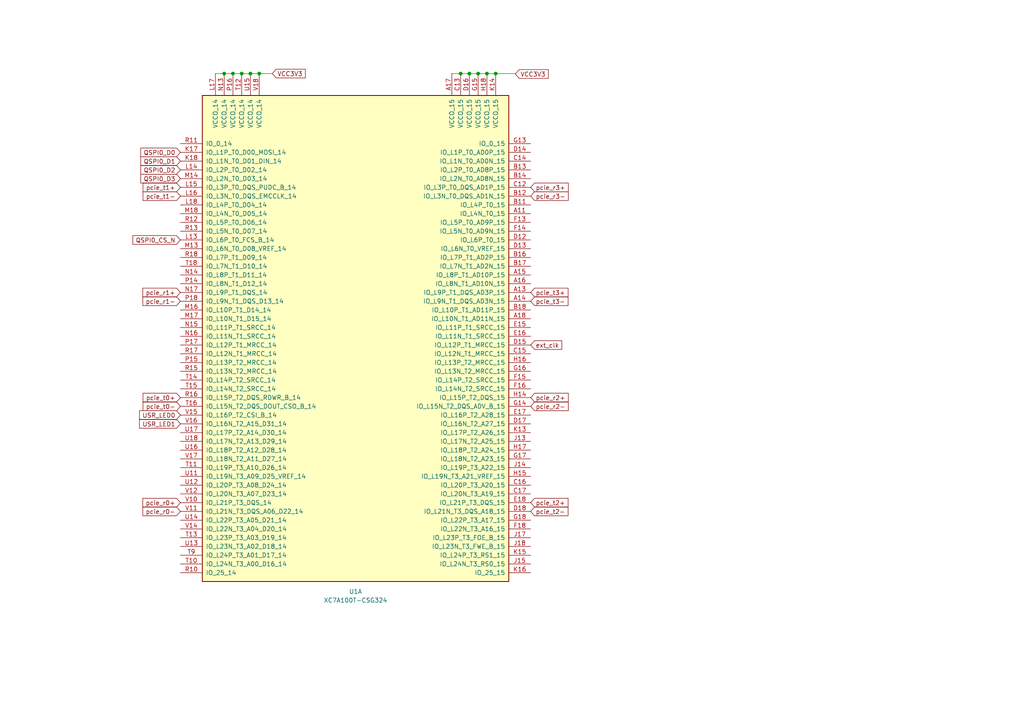
<source format=kicad_sch>
(kicad_sch (version 20230121) (generator eeschema)
  (paper "A4")
  (lib_symbols
    (symbol "FPGA_Xilinx_Artix7:XC7A100T-CSG324" (pin_names (offset 1.016))
      (property "Reference" "U" (at 0 1.27 0))
      (property "Value" "XC7A100T-CSG324" (at 0 -1.27 0))
      (symbol "XC7A100T-CSG324_1_1"
        (rectangle (start -44.45 67.31) (end 44.45 -73.66) (stroke (width 0.254)) (fill (type background)))
        (pin bidirectional line (at 50.8 33.02 180) (length 6.35) (name "IO_L4N_T0_15") (number "A11"))
        (pin bidirectional line (at 50.8 10.16 180) (length 6.35) (name "IO_L9P_T1_DQS_AD3P_15") (number "A13"))
        (pin bidirectional line (at 50.8 7.62 180) (length 6.35) (name "IO_L9N_T1_DQS_AD3N_15") (number "A14"))
        (pin bidirectional line (at 50.8 15.24 180) (length 6.35) (name "IO_L8P_T1_AD10P_15") (number "A15"))
        (pin bidirectional line (at 50.8 12.7 180) (length 6.35) (name "IO_L8N_T1_AD10N_15") (number "A16"))
        (pin power_in line (at 27.94 73.66 270) (length 6.35) (name "VCCO_15") (number "A17"))
        (pin bidirectional line (at 50.8 2.54 180) (length 6.35) (name "IO_L10N_T1_AD11N_15") (number "A18"))
        (pin bidirectional line (at 50.8 35.56 180) (length 6.35) (name "IO_L4P_T0_15") (number "B11"))
        (pin bidirectional line (at 50.8 38.1 180) (length 6.35) (name "IO_L3N_T0_DQS_AD1N_15") (number "B12"))
        (pin bidirectional line (at 50.8 45.72 180) (length 6.35) (name "IO_L2P_T0_AD8P_15") (number "B13"))
        (pin bidirectional line (at 50.8 43.18 180) (length 6.35) (name "IO_L2N_T0_AD8N_15") (number "B14"))
        (pin bidirectional line (at 50.8 20.32 180) (length 6.35) (name "IO_L7P_T1_AD2P_15") (number "B16"))
        (pin bidirectional line (at 50.8 17.78 180) (length 6.35) (name "IO_L7N_T1_AD2N_15") (number "B17"))
        (pin bidirectional line (at 50.8 5.08 180) (length 6.35) (name "IO_L10P_T1_AD11P_15") (number "B18"))
        (pin bidirectional line (at 50.8 40.64 180) (length 6.35) (name "IO_L3P_T0_DQS_AD1P_15") (number "C12"))
        (pin power_in line (at 30.48 73.66 270) (length 6.35) (name "VCCO_15") (number "C13"))
        (pin bidirectional line (at 50.8 48.26 180) (length 6.35) (name "IO_L1N_T0_AD0N_15") (number "C14"))
        (pin bidirectional line (at 50.8 -7.62 180) (length 6.35) (name "IO_L12N_T1_MRCC_15") (number "C15"))
        (pin bidirectional line (at 50.8 -45.72 180) (length 6.35) (name "IO_L20P_T3_A20_15") (number "C16"))
        (pin bidirectional line (at 50.8 -48.26 180) (length 6.35) (name "IO_L20N_T3_A19_15") (number "C17"))
        (pin bidirectional line (at 50.8 25.4 180) (length 6.35) (name "IO_L6P_T0_15") (number "D12"))
        (pin bidirectional line (at 50.8 22.86 180) (length 6.35) (name "IO_L6N_T0_VREF_15") (number "D13"))
        (pin bidirectional line (at 50.8 50.8 180) (length 6.35) (name "IO_L1P_T0_AD0P_15") (number "D14"))
        (pin bidirectional line (at 50.8 -5.08 180) (length 6.35) (name "IO_L12P_T1_MRCC_15") (number "D15"))
        (pin power_in line (at 33.02 73.66 270) (length 6.35) (name "VCCO_15") (number "D16"))
        (pin bidirectional line (at 50.8 -27.94 180) (length 6.35) (name "IO_L16N_T2_A27_15") (number "D17"))
        (pin bidirectional line (at 50.8 -53.34 180) (length 6.35) (name "IO_L21N_T3_DQS_A18_15") (number "D18"))
        (pin bidirectional line (at 50.8 0 180) (length 6.35) (name "IO_L11P_T1_SRCC_15") (number "E15"))
        (pin bidirectional line (at 50.8 -2.54 180) (length 6.35) (name "IO_L11N_T1_SRCC_15") (number "E16"))
        (pin bidirectional line (at 50.8 -25.4 180) (length 6.35) (name "IO_L16P_T2_A28_15") (number "E17"))
        (pin bidirectional line (at 50.8 -50.8 180) (length 6.35) (name "IO_L21P_T3_DQS_15") (number "E18"))
        (pin bidirectional line (at 50.8 30.48 180) (length 6.35) (name "IO_L5P_T0_AD9P_15") (number "F13"))
        (pin bidirectional line (at 50.8 27.94 180) (length 6.35) (name "IO_L5N_T0_AD9N_15") (number "F14"))
        (pin bidirectional line (at 50.8 -15.24 180) (length 6.35) (name "IO_L14P_T2_SRCC_15") (number "F15"))
        (pin bidirectional line (at 50.8 -17.78 180) (length 6.35) (name "IO_L14N_T2_SRCC_15") (number "F16"))
        (pin bidirectional line (at 50.8 -58.42 180) (length 6.35) (name "IO_L22N_T3_A16_15") (number "F18"))
        (pin bidirectional line (at 50.8 53.34 180) (length 6.35) (name "IO_0_15") (number "G13"))
        (pin bidirectional line (at 50.8 -22.86 180) (length 6.35) (name "IO_L15N_T2_DQS_ADV_B_15") (number "G14"))
        (pin power_in line (at 35.56 73.66 270) (length 6.35) (name "VCCO_15") (number "G15"))
        (pin bidirectional line (at 50.8 -12.7 180) (length 6.35) (name "IO_L13N_T2_MRCC_15") (number "G16"))
        (pin bidirectional line (at 50.8 -38.1 180) (length 6.35) (name "IO_L18N_T2_A23_15") (number "G17"))
        (pin bidirectional line (at 50.8 -55.88 180) (length 6.35) (name "IO_L22P_T3_A17_15") (number "G18"))
        (pin bidirectional line (at 50.8 -20.32 180) (length 6.35) (name "IO_L15P_T2_DQS_15") (number "H14"))
        (pin bidirectional line (at 50.8 -43.18 180) (length 6.35) (name "IO_L19N_T3_A21_VREF_15") (number "H15"))
        (pin bidirectional line (at 50.8 -10.16 180) (length 6.35) (name "IO_L13P_T2_MRCC_15") (number "H16"))
        (pin bidirectional line (at 50.8 -35.56 180) (length 6.35) (name "IO_L18P_T2_A24_15") (number "H17"))
        (pin power_in line (at 38.1 73.66 270) (length 6.35) (name "VCCO_15") (number "H18"))
        (pin bidirectional line (at 50.8 -33.02 180) (length 6.35) (name "IO_L17N_T2_A25_15") (number "J13"))
        (pin bidirectional line (at 50.8 -40.64 180) (length 6.35) (name "IO_L19P_T3_A22_15") (number "J14"))
        (pin bidirectional line (at 50.8 -68.58 180) (length 6.35) (name "IO_L24N_T3_RS0_15") (number "J15"))
        (pin bidirectional line (at 50.8 -60.96 180) (length 6.35) (name "IO_L23P_T3_FOE_B_15") (number "J17"))
        (pin bidirectional line (at 50.8 -63.5 180) (length 6.35) (name "IO_L23N_T3_FWE_B_15") (number "J18"))
        (pin bidirectional line (at 50.8 -30.48 180) (length 6.35) (name "IO_L17P_T2_A26_15") (number "K13"))
        (pin power_in line (at 40.64 73.66 270) (length 6.35) (name "VCCO_15") (number "K14"))
        (pin bidirectional line (at 50.8 -66.04 180) (length 6.35) (name "IO_L24P_T3_RS1_15") (number "K15"))
        (pin bidirectional line (at 50.8 -71.12 180) (length 6.35) (name "IO_25_15") (number "K16"))
        (pin bidirectional line (at -50.8 50.8 0) (length 6.35) (name "IO_L1P_T0_D00_MOSI_14") (number "K17"))
        (pin bidirectional line (at -50.8 48.26 0) (length 6.35) (name "IO_L1N_T0_D01_DIN_14") (number "K18"))
        (pin bidirectional line (at -50.8 25.4 0) (length 6.35) (name "IO_L6P_T0_FCS_B_14") (number "L13"))
        (pin bidirectional line (at -50.8 45.72 0) (length 6.35) (name "IO_L2P_T0_D02_14") (number "L14"))
        (pin bidirectional line (at -50.8 40.64 0) (length 6.35) (name "IO_L3P_T0_DQS_PUDC_B_14") (number "L15"))
        (pin bidirectional line (at -50.8 38.1 0) (length 6.35) (name "IO_L3N_T0_DQS_EMCCLK_14") (number "L16"))
        (pin power_in line (at -40.64 73.66 270) (length 6.35) (name "VCCO_14") (number "L17"))
        (pin bidirectional line (at -50.8 35.56 0) (length 6.35) (name "IO_L4P_T0_D04_14") (number "L18"))
        (pin bidirectional line (at -50.8 22.86 0) (length 6.35) (name "IO_L6N_T0_D08_VREF_14") (number "M13"))
        (pin bidirectional line (at -50.8 43.18 0) (length 6.35) (name "IO_L2N_T0_D03_14") (number "M14"))
        (pin bidirectional line (at -50.8 5.08 0) (length 6.35) (name "IO_L10P_T1_D14_14") (number "M16"))
        (pin bidirectional line (at -50.8 2.54 0) (length 6.35) (name "IO_L10N_T1_D15_14") (number "M17"))
        (pin bidirectional line (at -50.8 33.02 0) (length 6.35) (name "IO_L4N_T0_D05_14") (number "M18"))
        (pin power_in line (at -38.1 73.66 270) (length 6.35) (name "VCCO_14") (number "N13"))
        (pin bidirectional line (at -50.8 15.24 0) (length 6.35) (name "IO_L8P_T1_D11_14") (number "N14"))
        (pin bidirectional line (at -50.8 0 0) (length 6.35) (name "IO_L11P_T1_SRCC_14") (number "N15"))
        (pin bidirectional line (at -50.8 -2.54 0) (length 6.35) (name "IO_L11N_T1_SRCC_14") (number "N16"))
        (pin bidirectional line (at -50.8 10.16 0) (length 6.35) (name "IO_L9P_T1_DQS_14") (number "N17"))
        (pin bidirectional line (at -50.8 12.7 0) (length 6.35) (name "IO_L8N_T1_D12_14") (number "P14"))
        (pin bidirectional line (at -50.8 -10.16 0) (length 6.35) (name "IO_L13P_T2_MRCC_14") (number "P15"))
        (pin power_in line (at -35.56 73.66 270) (length 6.35) (name "VCCO_14") (number "P16"))
        (pin bidirectional line (at -50.8 -5.08 0) (length 6.35) (name "IO_L12P_T1_MRCC_14") (number "P17"))
        (pin bidirectional line (at -50.8 7.62 0) (length 6.35) (name "IO_L9N_T1_DQS_D13_14") (number "P18"))
        (pin bidirectional line (at -50.8 -71.12 0) (length 6.35) (name "IO_25_14") (number "R10"))
        (pin bidirectional line (at -50.8 53.34 0) (length 6.35) (name "IO_0_14") (number "R11"))
        (pin bidirectional line (at -50.8 30.48 0) (length 6.35) (name "IO_L5P_T0_D06_14") (number "R12"))
        (pin bidirectional line (at -50.8 27.94 0) (length 6.35) (name "IO_L5N_T0_D07_14") (number "R13"))
        (pin bidirectional line (at -50.8 -12.7 0) (length 6.35) (name "IO_L13N_T2_MRCC_14") (number "R15"))
        (pin bidirectional line (at -50.8 -20.32 0) (length 6.35) (name "IO_L15P_T2_DQS_RDWR_B_14") (number "R16"))
        (pin bidirectional line (at -50.8 -7.62 0) (length 6.35) (name "IO_L12N_T1_MRCC_14") (number "R17"))
        (pin bidirectional line (at -50.8 20.32 0) (length 6.35) (name "IO_L7P_T1_D09_14") (number "R18"))
        (pin bidirectional line (at -50.8 -68.58 0) (length 6.35) (name "IO_L24N_T3_A00_D16_14") (number "T10"))
        (pin bidirectional line (at -50.8 -40.64 0) (length 6.35) (name "IO_L19P_T3_A10_D26_14") (number "T11"))
        (pin power_in line (at -33.02 73.66 270) (length 6.35) (name "VCCO_14") (number "T12"))
        (pin bidirectional line (at -50.8 -60.96 0) (length 6.35) (name "IO_L23P_T3_A03_D19_14") (number "T13"))
        (pin bidirectional line (at -50.8 -15.24 0) (length 6.35) (name "IO_L14P_T2_SRCC_14") (number "T14"))
        (pin bidirectional line (at -50.8 -17.78 0) (length 6.35) (name "IO_L14N_T2_SRCC_14") (number "T15"))
        (pin bidirectional line (at -50.8 -22.86 0) (length 6.35) (name "IO_L15N_T2_DQS_DOUT_CSO_B_14") (number "T16"))
        (pin bidirectional line (at -50.8 17.78 0) (length 6.35) (name "IO_L7N_T1_D10_14") (number "T18"))
        (pin bidirectional line (at -50.8 -66.04 0) (length 6.35) (name "IO_L24P_T3_A01_D17_14") (number "T9"))
        (pin bidirectional line (at -50.8 -43.18 0) (length 6.35) (name "IO_L19N_T3_A09_D25_VREF_14") (number "U11"))
        (pin bidirectional line (at -50.8 -45.72 0) (length 6.35) (name "IO_L20P_T3_A08_D24_14") (number "U12"))
        (pin bidirectional line (at -50.8 -63.5 0) (length 6.35) (name "IO_L23N_T3_A02_D18_14") (number "U13"))
        (pin bidirectional line (at -50.8 -55.88 0) (length 6.35) (name "IO_L22P_T3_A05_D21_14") (number "U14"))
        (pin power_in line (at -30.48 73.66 270) (length 6.35) (name "VCCO_14") (number "U15"))
        (pin bidirectional line (at -50.8 -35.56 0) (length 6.35) (name "IO_L18P_T2_A12_D28_14") (number "U16"))
        (pin bidirectional line (at -50.8 -30.48 0) (length 6.35) (name "IO_L17P_T2_A14_D30_14") (number "U17"))
        (pin bidirectional line (at -50.8 -33.02 0) (length 6.35) (name "IO_L17N_T2_A13_D29_14") (number "U18"))
        (pin bidirectional line (at -50.8 -50.8 0) (length 6.35) (name "IO_L21P_T3_DQS_14") (number "V10"))
        (pin bidirectional line (at -50.8 -53.34 0) (length 6.35) (name "IO_L21N_T3_DQS_A06_D22_14") (number "V11"))
        (pin bidirectional line (at -50.8 -48.26 0) (length 6.35) (name "IO_L20N_T3_A07_D23_14") (number "V12"))
        (pin bidirectional line (at -50.8 -58.42 0) (length 6.35) (name "IO_L22N_T3_A04_D20_14") (number "V14"))
        (pin bidirectional line (at -50.8 -25.4 0) (length 6.35) (name "IO_L16P_T2_CSI_B_14") (number "V15"))
        (pin bidirectional line (at -50.8 -27.94 0) (length 6.35) (name "IO_L16N_T2_A15_D31_14") (number "V16"))
        (pin bidirectional line (at -50.8 -38.1 0) (length 6.35) (name "IO_L18N_T2_A11_D27_14") (number "V17"))
        (pin power_in line (at -27.94 73.66 270) (length 6.35) (name "VCCO_14") (number "V18"))
      )
      (symbol "XC7A100T-CSG324_2_1"
        (rectangle (start -44.45 67.31) (end 44.45 -73.66) (stroke (width 0.254)) (fill (type background)))
        (pin bidirectional line (at -50.8 35.56 0) (length 6.35) (name "IO_L14P_T2_SRCC_16") (number "A10"))
        (pin bidirectional line (at -50.8 43.18 0) (length 6.35) (name "IO_L12N_T1_MRCC_16") (number "A8"))
        (pin bidirectional line (at -50.8 33.02 0) (length 6.35) (name "IO_L14N_T2_SRCC_16") (number "A9"))
        (pin power_in line (at -40.64 73.66 270) (length 6.35) (name "VCCO_16") (number "B10"))
        (pin bidirectional line (at -50.8 45.72 0) (length 6.35) (name "IO_L12P_T1_MRCC_16") (number "B8"))
        (pin bidirectional line (at -50.8 48.26 0) (length 6.35) (name "IO_L11N_T1_SRCC_16") (number "B9"))
        (pin bidirectional line (at -50.8 38.1 0) (length 6.35) (name "IO_L13N_T2_MRCC_16") (number "C10"))
        (pin bidirectional line (at -50.8 40.64 0) (length 6.35) (name "IO_L13P_T2_MRCC_16") (number "C11"))
        (pin bidirectional line (at -50.8 50.8 0) (length 6.35) (name "IO_L11P_T1_SRCC_16") (number "C9"))
        (pin bidirectional line (at -50.8 30.48 0) (length 6.35) (name "IO_L19N_T3_VREF_16") (number "D10"))
        (pin bidirectional line (at -50.8 53.34 0) (length 6.35) (name "IO_L6N_T0_VREF_16") (number "D9"))
        (pin bidirectional line (at 50.8 45.72 180) (length 6.35) (name "IO_L2P_T0_34") (number "K3"))
        (pin power_in line (at 27.94 73.66 270) (length 6.35) (name "VCCO_34") (number "K4"))
        (pin bidirectional line (at 50.8 30.48 180) (length 6.35) (name "IO_L5P_T0_34") (number "K5"))
        (pin bidirectional line (at 50.8 53.34 180) (length 6.35) (name "IO_0_34") (number "K6"))
        (pin bidirectional line (at 50.8 50.8 180) (length 6.35) (name "IO_L1P_T0_34") (number "L1"))
        (pin bidirectional line (at 50.8 43.18 180) (length 6.35) (name "IO_L2N_T0_34") (number "L3"))
        (pin bidirectional line (at 50.8 27.94 180) (length 6.35) (name "IO_L5N_T0_34") (number "L4"))
        (pin bidirectional line (at 50.8 22.86 180) (length 6.35) (name "IO_L6N_T0_VREF_34") (number "L5"))
        (pin bidirectional line (at 50.8 25.4 180) (length 6.35) (name "IO_L6P_T0_34") (number "L6"))
        (pin bidirectional line (at 50.8 48.26 180) (length 6.35) (name "IO_L1N_T0_34") (number "M1"))
        (pin bidirectional line (at 50.8 33.02 180) (length 6.35) (name "IO_L4N_T0_34") (number "M2"))
        (pin bidirectional line (at 50.8 35.56 180) (length 6.35) (name "IO_L4P_T0_34") (number "M3"))
        (pin bidirectional line (at 50.8 -25.4 180) (length 6.35) (name "IO_L16P_T2_34") (number "M4"))
        (pin bidirectional line (at 50.8 -35.56 180) (length 6.35) (name "IO_L18P_T2_34") (number "M6"))
        (pin bidirectional line (at 50.8 38.1 180) (length 6.35) (name "IO_L3N_T0_DQS_34") (number "N1"))
        (pin bidirectional line (at 50.8 40.64 180) (length 6.35) (name "IO_L3P_T0_DQS_34") (number "N2"))
        (pin power_in line (at 30.48 73.66 270) (length 6.35) (name "VCCO_34") (number "N3"))
        (pin bidirectional line (at 50.8 -27.94 180) (length 6.35) (name "IO_L16N_T2_34") (number "N4"))
        (pin bidirectional line (at 50.8 -10.16 180) (length 6.35) (name "IO_L13P_T2_MRCC_34") (number "N5"))
        (pin bidirectional line (at 50.8 -38.1 180) (length 6.35) (name "IO_L18N_T2_34") (number "N6"))
        (pin bidirectional line (at 50.8 -20.32 180) (length 6.35) (name "IO_L15P_T2_DQS_34") (number "P2"))
        (pin bidirectional line (at 50.8 -17.78 180) (length 6.35) (name "IO_L14N_T2_SRCC_34") (number "P3"))
        (pin bidirectional line (at 50.8 -15.24 180) (length 6.35) (name "IO_L14P_T2_SRCC_34") (number "P4"))
        (pin bidirectional line (at 50.8 -12.7 180) (length 6.35) (name "IO_L13N_T2_MRCC_34") (number "P5"))
        (pin power_in line (at 33.02 73.66 270) (length 6.35) (name "VCCO_34") (number "P6"))
        (pin bidirectional line (at 50.8 -30.48 180) (length 6.35) (name "IO_L17P_T2_34") (number "R1"))
        (pin bidirectional line (at 50.8 -22.86 180) (length 6.35) (name "IO_L15N_T2_DQS_34") (number "R2"))
        (pin bidirectional line (at 50.8 0 180) (length 6.35) (name "IO_L11P_T1_SRCC_34") (number "R3"))
        (pin bidirectional line (at 50.8 -43.18 180) (length 6.35) (name "IO_L19N_T3_VREF_34") (number "R5"))
        (pin bidirectional line (at 50.8 -40.64 180) (length 6.35) (name "IO_L19P_T3_34") (number "R6"))
        (pin bidirectional line (at 50.8 -60.96 180) (length 6.35) (name "IO_L23P_T3_34") (number "R7"))
        (pin bidirectional line (at 50.8 -66.04 180) (length 6.35) (name "IO_L24P_T3_34") (number "R8"))
        (pin bidirectional line (at 50.8 -33.02 180) (length 6.35) (name "IO_L17N_T2_34") (number "T1"))
        (pin power_in line (at 35.56 73.66 270) (length 6.35) (name "VCCO_34") (number "T2"))
        (pin bidirectional line (at 50.8 -2.54 180) (length 6.35) (name "IO_L11N_T1_SRCC_34") (number "T3"))
        (pin bidirectional line (at 50.8 -7.62 180) (length 6.35) (name "IO_L12N_T1_MRCC_34") (number "T4"))
        (pin bidirectional line (at 50.8 -5.08 180) (length 6.35) (name "IO_L12P_T1_MRCC_34") (number "T5"))
        (pin bidirectional line (at 50.8 -63.5 180) (length 6.35) (name "IO_L23N_T3_34") (number "T6"))
        (pin bidirectional line (at 50.8 -68.58 180) (length 6.35) (name "IO_L24N_T3_34") (number "T8"))
        (pin bidirectional line (at 50.8 20.32 180) (length 6.35) (name "IO_L7P_T1_34") (number "U1"))
        (pin bidirectional line (at 50.8 10.16 180) (length 6.35) (name "IO_L9P_T1_DQS_34") (number "U2"))
        (pin bidirectional line (at 50.8 12.7 180) (length 6.35) (name "IO_L8N_T1_34") (number "U3"))
        (pin bidirectional line (at 50.8 15.24 180) (length 6.35) (name "IO_L8P_T1_34") (number "U4"))
        (pin power_in line (at 38.1 73.66 270) (length 6.35) (name "VCCO_34") (number "U5"))
        (pin bidirectional line (at 50.8 -58.42 180) (length 6.35) (name "IO_L22N_T3_34") (number "U6"))
        (pin bidirectional line (at 50.8 -55.88 180) (length 6.35) (name "IO_L22P_T3_34") (number "U7"))
        (pin bidirectional line (at 50.8 -71.12 180) (length 6.35) (name "IO_25_34") (number "U8"))
        (pin bidirectional line (at 50.8 -50.8 180) (length 6.35) (name "IO_L21P_T3_DQS_34") (number "U9"))
        (pin bidirectional line (at 50.8 17.78 180) (length 6.35) (name "IO_L7N_T1_34") (number "V1"))
        (pin bidirectional line (at 50.8 7.62 180) (length 6.35) (name "IO_L9N_T1_DQS_34") (number "V2"))
        (pin bidirectional line (at 50.8 2.54 180) (length 6.35) (name "IO_L10N_T1_34") (number "V4"))
        (pin bidirectional line (at 50.8 5.08 180) (length 6.35) (name "IO_L10P_T1_34") (number "V5"))
        (pin bidirectional line (at 50.8 -48.26 180) (length 6.35) (name "IO_L20N_T3_34") (number "V6"))
        (pin bidirectional line (at 50.8 -45.72 180) (length 6.35) (name "IO_L20P_T3_34") (number "V7"))
        (pin power_in line (at 40.64 73.66 270) (length 6.35) (name "VCCO_34") (number "V8"))
        (pin bidirectional line (at 50.8 -53.34 180) (length 6.35) (name "IO_L21N_T3_DQS_34") (number "V9"))
      )
      (symbol "XC7A100T-CSG324_3_1"
        (rectangle (start -44.45 67.31) (end 44.45 -73.66) (stroke (width 0.254)) (fill (type background)))
        (pin bidirectional line (at -50.8 7.62 0) (length 6.35) (name "IO_L9N_T1_DQS_AD7N_35") (number "A1"))
        (pin bidirectional line (at -50.8 12.7 0) (length 6.35) (name "IO_L8N_T1_AD14N_35") (number "A3"))
        (pin bidirectional line (at -50.8 15.24 0) (length 6.35) (name "IO_L8P_T1_AD14P_35") (number "A4"))
        (pin bidirectional line (at -50.8 38.1 0) (length 6.35) (name "IO_L3N_T0_DQS_AD5N_35") (number "A5"))
        (pin bidirectional line (at -50.8 40.64 0) (length 6.35) (name "IO_L3P_T0_DQS_AD5P_35") (number "A6"))
        (pin power_in line (at -40.64 73.66 270) (length 6.35) (name "VCCO_35") (number "A7"))
        (pin bidirectional line (at -50.8 10.16 0) (length 6.35) (name "IO_L9P_T1_DQS_AD7P_35") (number "B1"))
        (pin bidirectional line (at -50.8 2.54 0) (length 6.35) (name "IO_L10N_T1_AD15N_35") (number "B2"))
        (pin bidirectional line (at -50.8 5.08 0) (length 6.35) (name "IO_L10P_T1_AD15P_35") (number "B3"))
        (pin bidirectional line (at -50.8 17.78 0) (length 6.35) (name "IO_L7N_T1_AD6N_35") (number "B4"))
        (pin bidirectional line (at -50.8 43.18 0) (length 6.35) (name "IO_L2N_T0_AD12N_35") (number "B6"))
        (pin bidirectional line (at -50.8 45.72 0) (length 6.35) (name "IO_L2P_T0_AD12P_35") (number "B7"))
        (pin bidirectional line (at -50.8 -27.94 0) (length 6.35) (name "IO_L16N_T2_35") (number "C1"))
        (pin bidirectional line (at -50.8 -25.4 0) (length 6.35) (name "IO_L16P_T2_35") (number "C2"))
        (pin power_in line (at -38.1 73.66 270) (length 6.35) (name "VCCO_35") (number "C3"))
        (pin bidirectional line (at -50.8 20.32 0) (length 6.35) (name "IO_L7P_T1_AD6P_35") (number "C4"))
        (pin bidirectional line (at -50.8 48.26 0) (length 6.35) (name "IO_L1N_T0_AD4N_35") (number "C5"))
        (pin bidirectional line (at -50.8 50.8 0) (length 6.35) (name "IO_L1P_T0_AD4P_35") (number "C6"))
        (pin bidirectional line (at -50.8 33.02 0) (length 6.35) (name "IO_L4N_T0_35") (number "C7"))
        (pin bidirectional line (at -50.8 -17.78 0) (length 6.35) (name "IO_L14N_T2_SRCC_35") (number "D2"))
        (pin bidirectional line (at -50.8 -7.62 0) (length 6.35) (name "IO_L12N_T1_MRCC_35") (number "D3"))
        (pin bidirectional line (at -50.8 -2.54 0) (length 6.35) (name "IO_L11N_T1_SRCC_35") (number "D4"))
        (pin bidirectional line (at -50.8 0 0) (length 6.35) (name "IO_L11P_T1_SRCC_35") (number "D5"))
        (pin power_in line (at -35.56 73.66 270) (length 6.35) (name "VCCO_35") (number "D6"))
        (pin bidirectional line (at -50.8 22.86 0) (length 6.35) (name "IO_L6N_T0_VREF_35") (number "D7"))
        (pin bidirectional line (at -50.8 35.56 0) (length 6.35) (name "IO_L4P_T0_35") (number "D8"))
        (pin bidirectional line (at -50.8 -38.1 0) (length 6.35) (name "IO_L18N_T2_35") (number "E1"))
        (pin bidirectional line (at -50.8 -15.24 0) (length 6.35) (name "IO_L14P_T2_SRCC_35") (number "E2"))
        (pin bidirectional line (at -50.8 -5.08 0) (length 6.35) (name "IO_L12P_T1_MRCC_35") (number "E3"))
        (pin bidirectional line (at -50.8 27.94 0) (length 6.35) (name "IO_L5N_T0_AD13N_35") (number "E5"))
        (pin bidirectional line (at -50.8 30.48 0) (length 6.35) (name "IO_L5P_T0_AD13P_35") (number "E6"))
        (pin bidirectional line (at -50.8 25.4 0) (length 6.35) (name "IO_L6P_T0_35") (number "E7"))
        (pin bidirectional line (at -50.8 -35.56 0) (length 6.35) (name "IO_L18P_T2_35") (number "F1"))
        (pin power_in line (at -33.02 73.66 270) (length 6.35) (name "VCCO_35") (number "F2"))
        (pin bidirectional line (at -50.8 -12.7 0) (length 6.35) (name "IO_L13N_T2_MRCC_35") (number "F3"))
        (pin bidirectional line (at -50.8 -10.16 0) (length 6.35) (name "IO_L13P_T2_MRCC_35") (number "F4"))
        (pin bidirectional line (at -50.8 53.34 0) (length 6.35) (name "IO_0_35") (number "F5"))
        (pin bidirectional line (at -50.8 -43.18 0) (length 6.35) (name "IO_L19N_T3_VREF_35") (number "F6"))
        (pin bidirectional line (at -50.8 -33.02 0) (length 6.35) (name "IO_L17N_T2_35") (number "G1"))
        (pin bidirectional line (at -50.8 -22.86 0) (length 6.35) (name "IO_L15N_T2_DQS_35") (number "G2"))
        (pin bidirectional line (at -50.8 -48.26 0) (length 6.35) (name "IO_L20N_T3_35") (number "G3"))
        (pin bidirectional line (at -50.8 -45.72 0) (length 6.35) (name "IO_L20P_T3_35") (number "G4"))
        (pin power_in line (at -30.48 73.66 270) (length 6.35) (name "VCCO_35") (number "G5"))
        (pin bidirectional line (at -50.8 -40.64 0) (length 6.35) (name "IO_L19P_T3_35") (number "G6"))
        (pin bidirectional line (at -50.8 -30.48 0) (length 6.35) (name "IO_L17P_T2_35") (number "H1"))
        (pin bidirectional line (at -50.8 -20.32 0) (length 6.35) (name "IO_L15P_T2_DQS_35") (number "H2"))
        (pin bidirectional line (at -50.8 -53.34 0) (length 6.35) (name "IO_L21N_T3_DQS_35") (number "H4"))
        (pin bidirectional line (at -50.8 -68.58 0) (length 6.35) (name "IO_L24N_T3_35") (number "H5"))
        (pin bidirectional line (at -50.8 -66.04 0) (length 6.35) (name "IO_L24P_T3_35") (number "H6"))
        (pin power_in line (at -27.94 73.66 270) (length 6.35) (name "VCCO_35") (number "J1"))
        (pin bidirectional line (at -50.8 -58.42 0) (length 6.35) (name "IO_L22N_T3_35") (number "J2"))
        (pin bidirectional line (at -50.8 -55.88 0) (length 6.35) (name "IO_L22P_T3_35") (number "J3"))
        (pin bidirectional line (at -50.8 -50.8 0) (length 6.35) (name "IO_L21P_T3_DQS_35") (number "J4"))
        (pin bidirectional line (at -50.8 -71.12 0) (length 6.35) (name "IO_25_35") (number "J5"))
        (pin bidirectional line (at -50.8 -63.5 0) (length 6.35) (name "IO_L23N_T3_35") (number "K1"))
        (pin bidirectional line (at -50.8 -60.96 0) (length 6.35) (name "IO_L23P_T3_35") (number "K2"))
      )
      (symbol "XC7A100T-CSG324_4_1"
        (rectangle (start -31.75 34.29) (end 31.75 -40.64) (stroke (width 0.254)) (fill (type background)))
        (pin bidirectional line (at 38.1 12.7 180) (length 6.35) (name "TCK_0") (number "E10"))
        (pin bidirectional line (at 38.1 20.32 180) (length 6.35) (name "TDI_0") (number "E11"))
        (pin bidirectional line (at 38.1 15.24 180) (length 6.35) (name "TMS_0") (number "E12"))
        (pin bidirectional line (at 38.1 17.78 180) (length 6.35) (name "TDO_0") (number "E13"))
        (pin bidirectional line (at 38.1 7.62 180) (length 6.35) (name "CCLK_0") (number "E9"))
        (pin bidirectional line (at 38.1 -20.32 180) (length 6.35) (name "VP_0") (number "J10"))
        (pin bidirectional line (at 38.1 -30.48 180) (length 6.35) (name "VREFN_0") (number "J9"))
        (pin bidirectional line (at 38.1 -27.94 180) (length 6.35) (name "VREFP_0") (number "K10"))
        (pin bidirectional line (at 38.1 -22.86 180) (length 6.35) (name "VN_0") (number "K9"))
        (pin bidirectional line (at 38.1 -35.56 180) (length 6.35) (name "DXP_0") (number "L10"))
        (pin bidirectional line (at 38.1 -38.1 180) (length 6.35) (name "DXN_0") (number "L9"))
        (pin bidirectional line (at 38.1 -5.08 180) (length 6.35) (name "DONE_0") (number "P10"))
        (pin bidirectional line (at 38.1 0 180) (length 6.35) (name "M2_0") (number "P11"))
        (pin bidirectional line (at 38.1 5.08 180) (length 6.35) (name "M0_0") (number "P12"))
        (pin bidirectional line (at 38.1 2.54 180) (length 6.35) (name "M1_0") (number "P13"))
        (pin bidirectional line (at 38.1 -7.62 180) (length 6.35) (name "INIT_B_0") (number "P7"))
        (pin bidirectional line (at 38.1 -15.24 180) (length 6.35) (name "CFGBVS_0") (number "P8"))
        (pin bidirectional line (at 38.1 -10.16 180) (length 6.35) (name "PROGRAM_B_0") (number "P9"))
        (pin power_in line (at 27.94 40.64 270) (length 6.35) (name "VCCO_0") (number "R9"))
      )
      (symbol "XC7A100T-CSG324_5_1"
        (rectangle (start -19.05 50.8) (end 19.05 -50.8) (stroke (width 0.254)) (fill (type background)))
        (pin power_in line (at -25.4 7.62 0) (length 6.35) (name "GND") (number "A12"))
        (pin power_in line (at -25.4 10.16 0) (length 6.35) (name "GND") (number "A2"))
        (pin power_in line (at -25.4 2.54 0) (length 6.35) (name "GND") (number "B15"))
        (pin power_in line (at -25.4 5.08 0) (length 6.35) (name "GND") (number "B5"))
        (pin power_in line (at -25.4 -2.54 0) (length 6.35) (name "GND") (number "C18"))
        (pin power_in line (at -25.4 0 0) (length 6.35) (name "GND") (number "C8"))
        (pin power_in line (at -25.4 -5.08 0) (length 6.35) (name "GND") (number "D1"))
        (pin power_in line (at -25.4 -7.62 0) (length 6.35) (name "GND") (number "D11"))
        (pin power_in line (at -25.4 -12.7 0) (length 6.35) (name "GND") (number "E14"))
        (pin power_in line (at -25.4 -10.16 0) (length 6.35) (name "GND") (number "E4"))
        (pin power_in line (at -25.4 30.48 0) (length 6.35) (name "VCCBATT_0") (number "E8"))
        (pin power_in line (at -25.4 27.94 0) (length 6.35) (name "VCCBRAM") (number "F10"))
        (pin power_in line (at -25.4 -20.32 0) (length 6.35) (name "GND") (number "F11"))
        (pin power_in line (at -25.4 48.26 0) (length 6.35) (name "VCCAUX") (number "F12"))
        (pin power_in line (at -25.4 -22.86 0) (length 6.35) (name "GND") (number "F17"))
        (pin power_in line (at -25.4 -15.24 0) (length 6.35) (name "GND") (number "F7"))
        (pin power_in line (at 25.4 48.26 180) (length 6.35) (name "VCCINT") (number "F8"))
        (pin power_in line (at -25.4 -17.78 0) (length 6.35) (name "GND") (number "F9"))
        (pin power_in line (at -25.4 -27.94 0) (length 6.35) (name "GND") (number "G10"))
        (pin power_in line (at -25.4 25.4 0) (length 6.35) (name "VCCBRAM") (number "G11"))
        (pin power_in line (at -25.4 -30.48 0) (length 6.35) (name "GND") (number "G12"))
        (pin power_in line (at 25.4 45.72 180) (length 6.35) (name "VCCINT") (number "G7"))
        (pin power_in line (at -25.4 -25.4 0) (length 6.35) (name "GND") (number "G8"))
        (pin power_in line (at 25.4 43.18 180) (length 6.35) (name "VCCINT") (number "G9"))
        (pin power_in line (at -25.4 33.02 0) (length 6.35) (name "VCCADC_0") (number "H10"))
        (pin power_in line (at -25.4 -38.1 0) (length 6.35) (name "GND") (number "H11"))
        (pin power_in line (at -25.4 45.72 0) (length 6.35) (name "VCCAUX") (number "H12"))
        (pin power_in line (at -25.4 -40.64 0) (length 6.35) (name "GND") (number "H13"))
        (pin power_in line (at -25.4 -33.02 0) (length 6.35) (name "GND") (number "H3"))
        (pin power_in line (at -25.4 -35.56 0) (length 6.35) (name "GND") (number "H7"))
        (pin power_in line (at 25.4 40.64 180) (length 6.35) (name "VCCINT") (number "H8"))
        (pin power_in line (at -25.4 35.56 0) (length 6.35) (name "GNDADC_0") (number "H9"))
        (pin power_in line (at 25.4 35.56 180) (length 6.35) (name "VCCINT") (number "J11"))
        (pin power_in line (at -25.4 -48.26 0) (length 6.35) (name "GND") (number "J12"))
        (pin power_in line (at 25.4 7.62 180) (length 6.35) (name "GND") (number "J16"))
        (pin power_in line (at -25.4 -43.18 0) (length 6.35) (name "GND") (number "J6"))
        (pin power_in line (at 25.4 38.1 180) (length 6.35) (name "VCCINT") (number "J7"))
        (pin power_in line (at -25.4 -45.72 0) (length 6.35) (name "GND") (number "J8"))
        (pin power_in line (at 25.4 2.54 180) (length 6.35) (name "GND") (number "K11"))
        (pin power_in line (at -25.4 43.18 0) (length 6.35) (name "VCCAUX") (number "K12"))
        (pin power_in line (at 25.4 5.08 180) (length 6.35) (name "GND") (number "K7"))
        (pin power_in line (at 25.4 33.02 180) (length 6.35) (name "VCCINT") (number "K8"))
        (pin power_in line (at 25.4 27.94 180) (length 6.35) (name "VCCINT") (number "L11"))
        (pin power_in line (at 25.4 -5.08 180) (length 6.35) (name "GND") (number "L12"))
        (pin power_in line (at 25.4 0 180) (length 6.35) (name "GND") (number "L2"))
        (pin power_in line (at 25.4 30.48 180) (length 6.35) (name "VCCINT") (number "L7"))
        (pin power_in line (at 25.4 -2.54 180) (length 6.35) (name "GND") (number "L8"))
        (pin power_in line (at 25.4 22.86 180) (length 6.35) (name "VCCINT") (number "M10"))
        (pin power_in line (at 25.4 -15.24 180) (length 6.35) (name "GND") (number "M11"))
        (pin power_in line (at -25.4 40.64 0) (length 6.35) (name "VCCAUX") (number "M12"))
        (pin power_in line (at 25.4 -17.78 180) (length 6.35) (name "GND") (number "M15"))
        (pin power_in line (at 25.4 -7.62 180) (length 6.35) (name "GND") (number "M5"))
        (pin power_in line (at 25.4 -10.16 180) (length 6.35) (name "GND") (number "M7"))
        (pin power_in line (at 25.4 25.4 180) (length 6.35) (name "VCCINT") (number "M8"))
        (pin power_in line (at 25.4 -12.7 180) (length 6.35) (name "GND") (number "M9"))
        (pin power_in line (at 25.4 -22.86 180) (length 6.35) (name "GND") (number "N10"))
        (pin power_in line (at 25.4 15.24 180) (length 6.35) (name "VCCINT") (number "N11"))
        (pin power_in line (at 25.4 -25.4 180) (length 6.35) (name "GND") (number "N12"))
        (pin power_in line (at 25.4 -27.94 180) (length 6.35) (name "GND") (number "N18"))
        (pin power_in line (at 25.4 20.32 180) (length 6.35) (name "VCCINT") (number "N7"))
        (pin power_in line (at 25.4 -20.32 180) (length 6.35) (name "GND") (number "N8"))
        (pin power_in line (at 25.4 17.78 180) (length 6.35) (name "VCCINT") (number "N9"))
        (pin power_in line (at 25.4 -30.48 180) (length 6.35) (name "GND") (number "P1"))
        (pin power_in line (at 25.4 -35.56 180) (length 6.35) (name "GND") (number "R14"))
        (pin power_in line (at 25.4 -33.02 180) (length 6.35) (name "GND") (number "R4"))
        (pin power_in line (at 25.4 -40.64 180) (length 6.35) (name "GND") (number "T17"))
        (pin power_in line (at 25.4 -38.1 180) (length 6.35) (name "GND") (number "T7"))
        (pin power_in line (at 25.4 -43.18 180) (length 6.35) (name "GND") (number "U10"))
        (pin power_in line (at 25.4 -48.26 180) (length 6.35) (name "GND") (number "V13"))
        (pin power_in line (at 25.4 -45.72 180) (length 6.35) (name "GND") (number "V3"))
      )
    )
  )
  (junction (at 72.644 21.336))
  (junction (at 141.224 21.336))
  (junction (at 75.184 21.336))
  (junction (at 70.104 21.336))
  (junction (at 138.684 21.336))
  (junction (at 133.604 21.336))
  (junction (at 65.024 21.336))
  (junction (at 143.764 21.336))
  (junction (at 136.144 21.336))
  (junction (at 67.564 21.336))
  (wire (pts (xy 143.764 21.336) (xy 149.479 21.336)))
  (wire (pts (xy 67.564 21.336) (xy 70.104 21.336)))
  (wire (pts (xy 62.484 21.336) (xy 65.024 21.336)))
  (wire (pts (xy 138.684 21.336) (xy 141.224 21.336)))
  (wire (pts (xy 65.024 21.336) (xy 67.564 21.336)))
  (wire (pts (xy 136.144 21.336) (xy 138.684 21.336)))
  (wire (pts (xy 141.224 21.336) (xy 143.764 21.336)))
  (wire (pts (xy 72.644 21.336) (xy 75.184 21.336)))
  (wire (pts (xy 133.604 21.336) (xy 136.144 21.336)))
  (wire (pts (xy 149.479 21.336) (xy 149.479 21.463)))
  (wire (pts (xy 70.104 21.336) (xy 72.644 21.336)))
  (wire (pts (xy 75.184 21.336) (xy 78.994 21.336)))
  (wire (pts (xy 131.064 21.336) (xy 133.604 21.336)))
  (global_label "pcie_t0+" (shape input) (at 52.324 115.316 180) (property "Intersheetrefs" "${INTERSHEET_REFS}" (effects hide)))
  (global_label "pcie_t1-" (shape input) (at 52.324 56.896 180) (property "Intersheetrefs" "${INTERSHEET_REFS}" (effects hide)))
  (global_label "ext_clk" (shape input) (at 153.924 100.076 0) (property "Intersheetrefs" "${INTERSHEET_REFS}" (effects hide)))
  (global_label "VCC3V3" (shape input) (at 78.994 21.336 0) (property "Intersheetrefs" "${INTERSHEET_REFS}" (effects hide)))
  (global_label "pcie_t2-" (shape input) (at 153.924 148.336 0) (property "Intersheetrefs" "${INTERSHEET_REFS}" (effects hide)))
  (global_label "pcie_r1-" (shape input) (at 52.324 87.376 180) (property "Intersheetrefs" "${INTERSHEET_REFS}" (effects hide)))
  (global_label "QSPI0_D0" (shape input) (at 52.324 44.196 180) (property "Intersheetrefs" "${INTERSHEET_REFS}" (effects hide)))
  (global_label "QSPI0_CS_N" (shape input) (at 52.324 69.596 180) (property "Intersheetrefs" "${INTERSHEET_REFS}" (effects hide)))
  (global_label "QSPI0_D3" (shape input) (at 52.324 51.816 180) (property "Intersheetrefs" "${INTERSHEET_REFS}" (effects hide)))
  (global_label "VCC3V3" (shape input) (at 149.479 21.463 0) (property "Intersheetrefs" "${INTERSHEET_REFS}" (effects hide)))
  (global_label "USR_LED0" (shape input) (at 52.324 120.396 180) (property "Intersheetrefs" "${INTERSHEET_REFS}" (effects hide)))
  (global_label "pcie_r3+" (shape input) (at 153.924 54.356 0) (property "Intersheetrefs" "${INTERSHEET_REFS}" (effects hide)))
  (global_label "pcie_t3-" (shape input) (at 153.924 87.376 0) (property "Intersheetrefs" "${INTERSHEET_REFS}" (effects hide)))
  (global_label "pcie_r3-" (shape input) (at 153.924 56.896 0) (property "Intersheetrefs" "${INTERSHEET_REFS}" (effects hide)))
  (global_label "pcie_r2+" (shape input) (at 153.924 115.316 0) (property "Intersheetrefs" "${INTERSHEET_REFS}" (effects hide)))
  (global_label "pcie_r0-" (shape input) (at 52.324 148.336 180) (property "Intersheetrefs" "${INTERSHEET_REFS}" (effects hide)))
  (global_label "pcie_t3+" (shape input) (at 153.924 84.836 0) (property "Intersheetrefs" "${INTERSHEET_REFS}" (effects hide)))
  (global_label "pcie_t2+" (shape input) (at 153.924 145.796 0) (property "Intersheetrefs" "${INTERSHEET_REFS}" (effects hide)))
  (global_label "pcie_t0-" (shape input) (at 52.324 117.856 180) (property "Intersheetrefs" "${INTERSHEET_REFS}" (effects hide)))
  (global_label "pcie_t1+" (shape input) (at 52.324 54.356 180) (property "Intersheetrefs" "${INTERSHEET_REFS}" (effects hide)))
  (global_label "pcie_r1+" (shape input) (at 52.324 84.836 180) (property "Intersheetrefs" "${INTERSHEET_REFS}" (effects hide)))
  (global_label "QSPI0_D2" (shape input) (at 52.324 49.276 180) (property "Intersheetrefs" "${INTERSHEET_REFS}" (effects hide)))
  (global_label "USR_LED1" (shape input) (at 52.324 122.936 180) (property "Intersheetrefs" "${INTERSHEET_REFS}" (effects hide)))
  (global_label "pcie_r0+" (shape input) (at 52.324 145.796 180) (property "Intersheetrefs" "${INTERSHEET_REFS}" (effects hide)))
  (global_label "QSPI0_D1" (shape input) (at 52.324 46.736 180) (property "Intersheetrefs" "${INTERSHEET_REFS}" (effects hide)))
  (global_label "pcie_r2-" (shape input) (at 153.924 117.856 0) (property "Intersheetrefs" "${INTERSHEET_REFS}" (effects hide)))
  (symbol (lib_id "FPGA_Xilinx_Artix7:XC7A100T-CSG324") (at 103.124 94.996 0) (unit 1)
    (property "Reference" "U1" (at 103.124 171.577 0))
    (property "Value" "XC7A100T-CSG324" (at 103.124 174.117 0))
    (property "Footprint" "Package_BGA:Xilinx_CSG324" (effects hide))
  )
)
</source>
